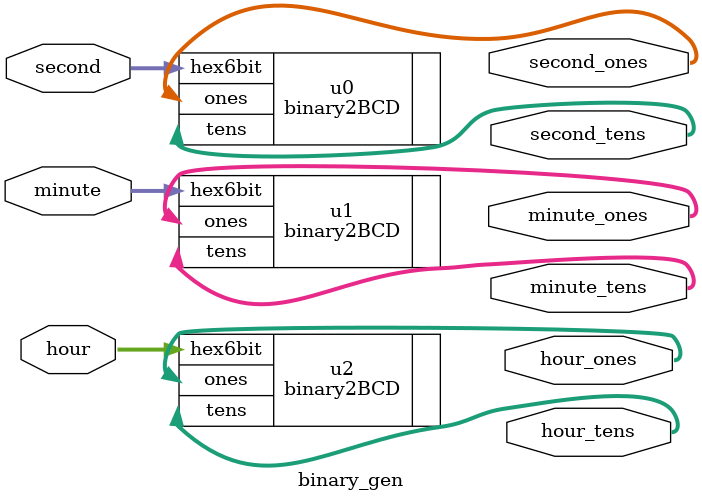
<source format=sv>
module binary_gen (
    input logic [5:0] second,
    input logic [5:0] minute,
    input logic [5:0] hour,
    output logic [3:0] second_ones,
    output logic [3:0] second_tens,
    output logic [3:0] minute_ones,
    output logic [3:0] minute_tens,
    output logic [3:0] hour_ones,
    output logic [3:0] hour_tens
);
// 
binary2BCD u0 (
    .hex6bit(second),
    .ones(second_ones),
    .tens(second_tens)
);
//
binary2BCD u1 (
    .hex6bit(minute),
    .ones(minute_ones),
    .tens(minute_tens)
);
//
binary2BCD u2 (
    .hex6bit(hour),
    .ones(hour_ones),
    .tens(hour_tens)
);
//
endmodule 
</source>
